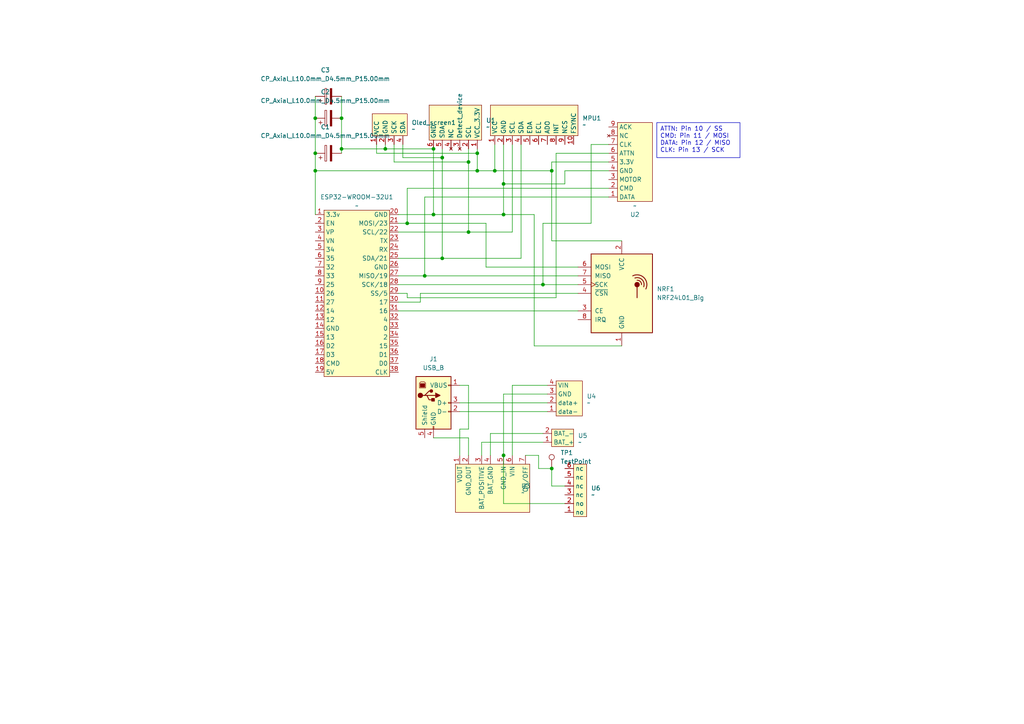
<source format=kicad_sch>
(kicad_sch (version 20231120) (generator "eeschema") (generator_version "8.0")
  (paper "A4")
  (lib_symbols
    (symbol "Connector:TestPoint" (pin_numbers hide) (pin_names (offset 0.762) hide)
      (property "Reference" "TP" (at 0 6.858 0))
      (property "Value" "TestPoint" (at 0 5.08 0))
      (symbol "TestPoint_0_1"
        (circle (center 0 3.302) (radius 0.762))
      )
      (symbol "TestPoint_1_1"
        (pin passive line (at 0 0 90) (length 2.54) (name "1") (number "1"))
      )
    )
    (symbol "Connector:USB_B" (pin_names (offset 1.016))
      (property "Reference" "J" (at -5.08 11.43 0))
      (property "Value" "USB_B" (at -5.08 8.89 0))
      (symbol "USB_B_0_1"
        (rectangle (start -5.08 -7.62) (end 5.08 7.62) (stroke (width 0.254)) (fill (type background)))
        (circle (center -3.81 2.159) (radius 0.635) (stroke (width 0.254)) (fill (type outline)))
        (rectangle (start -3.81 5.588) (end -2.54 4.572) (fill (type outline)))
        (circle (center -0.635 3.429) (radius 0.381) (stroke (width 0.254)) (fill (type outline)))
        (rectangle (start -0.127 -7.62) (end 0.127 -6.858))
        (polyline (pts (xy -1.905 2.159) (xy 0.635 2.159)) (stroke (width 0.254)))
        (polyline (pts (xy -3.175 2.159) (xy -2.54 2.159) (xy -1.27 3.429) (xy -0.635 3.429)) (stroke (width 0.254)))
        (polyline (pts (xy -2.54 2.159) (xy -1.905 2.159) (xy -1.27 0.889) (xy 0 0.889)) (stroke (width 0.254)))
        (polyline (pts (xy 0.635 2.794) (xy 0.635 1.524) (xy 1.905 2.159) (xy 0.635 2.794)) (stroke (width 0.254)) (fill (type outline)))
        (polyline (pts (xy -4.064 4.318) (xy -2.286 4.318) (xy -2.286 5.715) (xy -2.667 6.096) (xy -3.683 6.096) (xy -4.064 5.715) (xy -4.064 4.318)))
        (rectangle (start 0.254 1.27) (end -0.508 0.508) (stroke (width 0.254)) (fill (type outline)))
        (rectangle (start 5.08 -2.667) (end 4.318 -2.413))
        (rectangle (start 5.08 -0.127) (end 4.318 0.127))
        (rectangle (start 5.08 4.953) (end 4.318 5.207))
      )
      (symbol "USB_B_1_1"
        (pin power_out line (at 7.62 5.08 180) (length 2.54) (name "VBUS") (number "1"))
        (pin bidirectional line (at 7.62 -2.54 180) (length 2.54) (name "D-") (number "2"))
        (pin bidirectional line (at 7.62 0 180) (length 2.54) (name "D+") (number "3"))
        (pin power_out line (at 0 -10.16 90) (length 2.54) (name "GND") (number "4"))
        (pin passive line (at -2.54 -10.16 90) (length 2.54) (name "Shield") (number "5"))
      )
    )
    (symbol "PCM_Capacitor_AKL:CP_Axial_L10.0mm_D4.5mm_P15.00mm" (pin_numbers hide) (pin_names (offset 0.254))
      (property "Reference" "C" (at 0.635 2.54 0))
      (property "Value" "CP_Axial_L10.0mm_D4.5mm_P15.00mm" (at 0.635 -2.54 0))
      (symbol "CP_Axial_L10.0mm_D4.5mm_P15.00mm_0_1"
        (rectangle (start -2.286 0.508) (end 2.286 1.016))
        (polyline (pts (xy -1.778 2.286) (xy -0.762 2.286)))
        (polyline (pts (xy -1.27 2.794) (xy -1.27 1.778)))
        (rectangle (start 2.286 -0.508) (end -2.286 -1.016) (fill (type outline)))
      )
      (symbol "CP_Axial_L10.0mm_D4.5mm_P15.00mm_1_1"
        (pin passive line (at 0 3.81 270) (length 2.794) (name "~") (number "1"))
        (pin passive line (at 0 -3.81 90) (length 2.794) (name "~") (number "2"))
      )
    )
    (symbol "Symbols_cez:1.3/0.91_inch_Oled_screen"
      (property "Reference" "Oled_screen" (at 4.318 5.334 0))
      (symbol "1.3/0.91_inch_Oled_screen_0_1"
        (rectangle (start 1.27 3.81) (end 7.62 -6.35) (fill (type background)))
      )
      (symbol "1.3/0.91_inch_Oled_screen_1_1"
        (pin power_in line (at -1.27 2.54 0) (length 2.54) (name "VCC") (number "1"))
        (pin power_in line (at -1.27 0 0) (length 2.54) (name "GND") (number "2"))
        (pin passive line (at -1.27 -2.54 0) (length 2.54) (name "SCK") (number "3"))
        (pin passive line (at -1.27 -5.08 0) (length 2.54) (name "SDA") (number "4"))
      )
    )
    (symbol "Symbols_cez:ESP32-WROOM-32U"
      (property "Reference" "ESP32-WROOM-32U" (at 7.874 -57.404 0))
      (symbol "ESP32-WROOM-32U_0_1"
        (rectangle (start -2.54 -6.35) (end 16.51 -54.61) (fill (type background)))
      )
      (symbol "ESP32-WROOM-32U_1_1"
        (pin passive line (at -5.08 -7.62 0) (length 2.54) (name "3.3v") (number "1"))
        (pin passive line (at -5.08 -30.48 0) (length 2.54) (name "26") (number "10"))
        (pin passive line (at -5.08 -33.02 0) (length 2.54) (name "27") (number "11"))
        (pin passive line (at -5.08 -35.56 0) (length 2.54) (name "14") (number "12"))
        (pin passive line (at -5.08 -38.1 0) (length 2.54) (name "12") (number "13"))
        (pin passive line (at -5.08 -40.64 0) (length 2.54) (name "GND") (number "14"))
        (pin passive line (at -5.08 -43.18 0) (length 2.54) (name "13") (number "15"))
        (pin passive line (at -5.08 -45.72 0) (length 2.54) (name "D2") (number "16"))
        (pin passive line (at -5.08 -48.26 0) (length 2.54) (name "D3") (number "17"))
        (pin passive line (at -5.08 -50.8 0) (length 2.54) (name "CMD") (number "18"))
        (pin passive line (at -5.08 -53.34 0) (length 2.54) (name "5V") (number "19"))
        (pin passive line (at -5.08 -10.16 0) (length 2.54) (name "EN") (number "2"))
        (pin passive line (at 19.05 -7.62 180) (length 2.54) (name "GND") (number "20"))
        (pin passive line (at 19.05 -10.16 180) (length 2.54) (name "MOSI/23") (number "21"))
        (pin passive line (at 19.05 -12.7 180) (length 2.54) (name "SCL/22") (number "22"))
        (pin passive line (at 19.05 -15.24 180) (length 2.54) (name "TX") (number "23"))
        (pin passive line (at 19.05 -17.78 180) (length 2.54) (name "RX") (number "24"))
        (pin passive line (at 19.05 -20.32 180) (length 2.54) (name "SDA/21") (number "25"))
        (pin passive line (at 19.05 -22.86 180) (length 2.54) (name "GND") (number "26"))
        (pin passive line (at 19.05 -25.4 180) (length 2.54) (name "MISO/19") (number "27"))
        (pin passive line (at 19.05 -27.94 180) (length 2.54) (name "SCK/18") (number "28"))
        (pin passive line (at 19.05 -30.48 180) (length 2.54) (name "SS/5") (number "29"))
        (pin passive line (at -5.08 -12.7 0) (length 2.54) (name "VP") (number "3"))
        (pin passive line (at 19.05 -33.02 180) (length 2.54) (name "17") (number "30"))
        (pin passive line (at 19.05 -35.56 180) (length 2.54) (name "16") (number "31"))
        (pin passive line (at 19.05 -38.1 180) (length 2.54) (name "4") (number "32"))
        (pin passive line (at 19.05 -40.64 180) (length 2.54) (name "0") (number "33"))
        (pin passive line (at 19.05 -43.18 180) (length 2.54) (name "2") (number "34"))
        (pin passive line (at 19.05 -45.72 180) (length 2.54) (name "15") (number "35"))
        (pin passive line (at 19.05 -48.26 180) (length 2.54) (name "D1") (number "36"))
        (pin passive line (at 19.05 -50.8 180) (length 2.54) (name "D0") (number "37"))
        (pin passive line (at 19.05 -53.34 180) (length 2.54) (name "CLK") (number "38"))
        (pin passive line (at -5.08 -15.24 0) (length 2.54) (name "VN") (number "4"))
        (pin passive line (at -5.08 -17.78 0) (length 2.54) (name "34") (number "5"))
        (pin passive line (at -5.08 -20.32 0) (length 2.54) (name "35") (number "6"))
        (pin passive line (at -5.08 -22.86 0) (length 2.54) (name "32") (number "7"))
        (pin passive line (at -5.08 -25.4 0) (length 2.54) (name "33") (number "8"))
        (pin passive line (at -5.08 -27.94 0) (length 2.54) (name "25") (number "9"))
      )
    )
    (symbol "Symbols_cez:MH-CD42"
      (property "Reference" "U" (at -2.032 -19.304 0))
      (symbol "MH-CD42_0_1"
        (rectangle (start -5.08 0) (end 8.89 -21.59) (fill (type background)))
      )
      (symbol "MH-CD42_1_1"
        (pin power_out line (at 11.43 -1.27 180) (length 2.54) (name "VOUT") (number "1"))
        (pin power_out line (at 11.43 -3.81 180) (length 2.54) (name "GND_OUT") (number "2"))
        (pin passive line (at 11.43 -7.62 180) (length 2.54) (name "BAT_POSITIVE") (number "3"))
        (pin passive line (at 11.43 -10.16 180) (length 2.54) (name "BAT_GND") (number "4"))
        (pin power_in line (at 11.43 -13.97 180) (length 2.54) (name "GND_IN") (number "5"))
        (pin power_in line (at 11.43 -16.51 180) (length 2.54) (name "VIN") (number "6"))
        (pin input line (at 11.43 -20.32 180) (length 2.54) (name "ON/OFF") (number "7"))
      )
    )
    (symbol "Symbols_cez:MPU6500"
      (property "Reference" "MPU6500" (at 8.89 -16.256 0))
      (symbol "MPU6500_0_1"
        (rectangle (start -5.08 6.35) (end 3.81 -19.05) (fill (type background)))
      )
      (symbol "MPU6500_1_1"
        (pin power_in line (at -7.62 5.08 0) (length 2.54) (name "VCC") (number "1"))
        (pin passive line (at -7.62 -17.78 0) (length 2.54) (name "FSYNC") (number "10"))
        (pin passive line (at -7.62 2.54 0) (length 2.54) (name "GND") (number "2"))
        (pin passive line (at -7.62 0 0) (length 2.54) (name "SCL") (number "3"))
        (pin passive line (at -7.62 -2.54 0) (length 2.54) (name "SDA") (number "4"))
        (pin passive line (at -7.62 -5.08 0) (length 2.54) (name "EDA") (number "5"))
        (pin passive line (at -7.62 -7.62 0) (length 2.54) (name "ECL") (number "6"))
        (pin passive line (at -7.62 -10.16 0) (length 2.54) (name "ADO") (number "7"))
        (pin passive line (at -7.62 -12.7 0) (length 2.54) (name "INT") (number "8"))
        (pin passive line (at -7.62 -15.24 0) (length 2.54) (name "NCS") (number "9"))
      )
    )
    (symbol "Symbols_cez:NRF24L01_Big" (pin_names (offset 1.016))
      (property "Reference" "NRF24" (at -8.89 12.7 0))
      (property "Value" "NRF24L01_Big" (at 3.81 12.7 0))
      (symbol "NRF24L01_Big_0_1"
        (rectangle (start -8.89 11.43) (end 8.89 -11.43) (stroke (width 0.254)) (fill (type background)))
        (polyline (pts (xy 4.445 1.905) (xy 4.445 -1.27)) (stroke (width 0.254)))
        (circle (center 4.445 2.54) (radius 0.635) (stroke (width 0.254)) (fill (type outline)))
        (arc (start 5.715 2.54) (mid 5.3521 3.4546) (end 4.445 3.81) (stroke (width 0.254)))
        (arc (start 6.35 1.905) (mid 5.8763 3.9854) (end 3.81 4.445) (stroke (width 0.254)))
        (arc (start 6.985 1.27) (mid 6.453 4.548) (end 3.175 5.08) (stroke (width 0.254)))
      )
      (symbol "NRF24L01_Big_1_1"
        (pin power_in line (at 0 -15.24 90) (length 3.81) (name "GND") (number "1"))
        (pin power_in line (at 0 15.24 270) (length 3.81) (name "VCC") (number "2"))
        (pin input line (at -12.7 -5.08 0) (length 3.81) (name "CE") (number "3"))
        (pin input line (at -12.7 0 0) (length 3.81) (name "~{CSN}") (number "4"))
        (pin input clock (at -12.7 2.54 0) (length 3.81) (name "SCK") (number "5"))
        (pin input line (at -12.7 7.62 0) (length 3.81) (name "MOSI") (number "6"))
        (pin output line (at -12.7 5.08 0) (length 3.81) (name "MISO") (number "7"))
        (pin output line (at -12.7 -7.62 0) (length 3.81) (name "IRQ") (number "8"))
      )
    )
    (symbol "Symbols_cez:Playstation_2_controller"
      (property "Reference" "U" (at 15.24 -16.002 0))
      (symbol "Playstation_2_controller_0_1"
        (rectangle (start 1.27 3.81) (end 11.43 -19.05) (fill (type background)))
      )
      (symbol "Playstation_2_controller_1_1"
        (pin passive line (at -1.27 -17.78 0) (length 2.54) (name "DATA") (number "1"))
        (pin passive line (at -1.27 -15.24 0) (length 2.54) (name "CMD") (number "2"))
        (pin passive line (at -1.27 -12.7 0) (length 2.54) (name "MOTOR") (number "3"))
        (pin passive line (at -1.27 -10.16 0) (length 2.54) (name "GND") (number "4"))
        (pin passive line (at -1.27 -7.62 0) (length 2.54) (name "3.3V") (number "5"))
        (pin passive line (at -1.27 -5.08 0) (length 2.54) (name "ATTN") (number "6"))
        (pin passive line (at -1.27 -2.54 0) (length 2.54) (name "CLK") (number "7"))
        (pin no_connect line (at -1.27 0 0) (length 2.54) (name "NC") (number "8"))
        (pin passive line (at -1.27 2.54 0) (length 2.54) (name "ACK") (number "9"))
      )
    )
    (symbol "Symbols_cez:Switch_A03_PS-22F03"
      (property "Reference" "U" (at 0 0 0))
      (symbol "Switch_A03_PS-22F03_0_1"
        (rectangle (start 10.16 10.16) (end 13.97 -5.08) (fill (type background)))
      )
      (symbol "Switch_A03_PS-22F03_1_1"
        (pin input line (at 16.51 8.89 180) (length 2.54) (name "no") (number "1"))
        (pin input line (at 16.51 6.35 180) (length 2.54) (name "no") (number "2"))
        (pin input line (at 16.51 3.81 180) (length 2.54) (name "nc") (number "3"))
        (pin input line (at 16.51 1.27 180) (length 2.54) (name "nc") (number "4"))
        (pin input line (at 16.51 -1.27 180) (length 2.54) (name "nc") (number "5"))
        (pin input line (at 16.51 -3.81 180) (length 2.54) (name "nc") (number "6"))
      )
    )
    (symbol "Symbols_cez:Wii_nunchuk"
      (property "Reference" "U" (at -1.778 -3.048 0))
      (symbol "Wii_nunchuk_1_1"
        (rectangle (start 0 11.43) (end 10.16 -3.81) (fill (type background)))
        (pin power_in line (at 12.7 10.16 180) (length 2.54) (name "VCC_3.3V") (number "1"))
        (pin passive line (at 12.7 7.62 180) (length 2.54) (name "SCL") (number "2"))
        (pin no_connect line (at 12.7 5.08 180) (length 2.54) (name "Detect_device") (number "3"))
        (pin no_connect line (at 12.7 2.54 180) (length 2.54) (name "NC") (number "4"))
        (pin passive line (at 12.7 0 180) (length 2.54) (name "SDA") (number "5"))
        (pin passive line (at 12.7 -2.54 180) (length 2.54) (name "GND") (number "6"))
      )
    )
    (symbol "Symbols_cez:battery"
      (property "Reference" "U" (at 0 0 0))
      (symbol "battery_0_1"
        (rectangle (start 0 -2.54) (end 6.35 -7.62) (fill (type background)))
      )
      (symbol "battery_1_1"
        (pin input line (at 8.89 -3.81 180) (length 2.54) (name "BAT_+") (number "1"))
        (pin input line (at 8.89 -6.35 180) (length 2.54) (name "BAT_-") (number "2"))
      )
    )
    (symbol "Symbols_cez:usb-b"
      (property "Reference" "U" (at 0 0 0))
      (symbol "usb-b_0_1"
        (rectangle (start -6.35 -1.27) (end 1.27 -11.43) (fill (type background)))
      )
      (symbol "usb-b_1_1"
        (pin passive line (at 3.81 -2.54 180) (length 2.54) (name "data-") (number "1"))
        (pin passive line (at 3.81 -5.08 180) (length 2.54) (name "data+") (number "2"))
        (pin passive line (at 3.81 -7.62 180) (length 2.54) (name "GND") (number "3"))
        (pin passive line (at 3.81 -10.16 180) (length 2.54) (name "VIN") (number "4"))
      )
    )
  )
  (junction (at 146.05 62.23))
  (junction (at 91.44 34.29))
  (junction (at 128.27 45.72))
  (junction (at 157.48 82.55))
  (junction (at 138.43 44.45))
  (junction (at 91.44 49.53))
  (junction (at 138.43 49.53))
  (junction (at 160.02 49.53))
  (junction (at 111.76 43.18))
  (junction (at 143.51 49.53))
  (junction (at 146.05 53.34))
  (junction (at 118.11 64.77))
  (junction (at 99.06 34.29))
  (junction (at 135.89 46.99))
  (junction (at 125.73 62.23))
  (junction (at 91.44 44.45))
  (junction (at 123.19 80.01))
  (junction (at 135.89 67.31))
  (junction (at 125.73 43.18))
  (junction (at 160.02 135.89))
  (junction (at 146.05 132.08))
  (junction (at 99.06 43.18))
  (junction (at 128.27 74.93))
  (wire (pts (xy 176.53 46.99) (xy 160.02 46.99)))
  (wire (pts (xy 115.57 80.01) (xy 123.19 80.01)))
  (wire (pts (xy 121.92 85.09) (xy 121.92 87.63)))
  (wire (pts (xy 160.02 46.99) (xy 160.02 49.53)))
  (wire (pts (xy 151.13 41.91) (xy 151.13 74.93)))
  (wire (pts (xy 140.97 77.47) (xy 140.97 64.77)))
  (wire (pts (xy 91.44 49.53) (xy 138.43 49.53)))
  (wire (pts (xy 156.21 135.89) (xy 160.02 135.89)))
  (wire (pts (xy 163.83 146.05) (xy 146.05 146.05)))
  (wire (pts (xy 138.43 44.45) (xy 138.43 43.18)))
  (wire (pts (xy 146.05 62.23) (xy 125.73 62.23)))
  (wire (pts (xy 161.29 86.36) (xy 118.11 86.36)))
  (wire (pts (xy 116.84 45.72) (xy 128.27 45.72)))
  (wire (pts (xy 143.51 49.53) (xy 138.43 49.53)))
  (wire (pts (xy 133.35 116.84) (xy 158.75 116.84)))
  (wire (pts (xy 135.89 67.31) (xy 115.57 67.31)))
  (wire (pts (xy 118.11 86.36) (xy 118.11 85.09)))
  (wire (pts (xy 139.7 128.27) (xy 139.7 132.08)))
  (wire (pts (xy 115.57 82.55) (xy 157.48 82.55)))
  (wire (pts (xy 99.06 27.94) (xy 99.06 34.29)))
  (wire (pts (xy 157.48 64.77) (xy 157.48 82.55)))
  (wire (pts (xy 176.53 57.15) (xy 123.19 57.15)))
  (wire (pts (xy 138.43 49.53) (xy 138.43 44.45)))
  (wire (pts (xy 128.27 74.93) (xy 115.57 74.93)))
  (wire (pts (xy 121.92 87.63) (xy 115.57 87.63)))
  (wire (pts (xy 176.53 41.91) (xy 171.45 41.91)))
  (wire (pts (xy 114.3 46.99) (xy 135.89 46.99)))
  (wire (pts (xy 91.44 44.45) (xy 91.44 49.53)))
  (wire (pts (xy 142.24 132.08) (xy 142.24 125.73)))
  (wire (pts (xy 109.22 41.91) (xy 109.22 44.45)))
  (wire (pts (xy 115.57 90.17) (xy 167.64 90.17)))
  (wire (pts (xy 154.94 100.33) (xy 154.94 62.23)))
  (wire (pts (xy 115.57 62.23) (xy 125.73 62.23)))
  (wire (pts (xy 111.76 43.18) (xy 125.73 43.18)))
  (wire (pts (xy 99.06 34.29) (xy 99.06 43.18)))
  (wire (pts (xy 156.21 132.08) (xy 156.21 135.89)))
  (wire (pts (xy 160.02 140.97) (xy 163.83 140.97)))
  (wire (pts (xy 167.64 85.09) (xy 121.92 85.09)))
  (wire (pts (xy 135.89 127) (xy 135.89 132.08)))
  (wire (pts (xy 151.13 74.93) (xy 128.27 74.93)))
  (wire (pts (xy 133.35 124.46) (xy 135.89 124.46)))
  (wire (pts (xy 142.24 125.73) (xy 157.48 125.73)))
  (wire (pts (xy 143.51 41.91) (xy 143.51 49.53)))
  (wire (pts (xy 118.11 64.77) (xy 115.57 64.77)))
  (wire (pts (xy 163.83 49.53) (xy 163.83 53.34)))
  (wire (pts (xy 91.44 34.29) (xy 91.44 44.45)))
  (wire (pts (xy 146.05 114.3) (xy 146.05 132.08)))
  (wire (pts (xy 176.53 54.61) (xy 118.11 54.61)))
  (wire (pts (xy 157.48 82.55) (xy 167.64 82.55)))
  (wire (pts (xy 123.19 57.15) (xy 123.19 80.01)))
  (wire (pts (xy 152.4 132.08) (xy 156.21 132.08)))
  (wire (pts (xy 135.89 111.76) (xy 133.35 111.76)))
  (wire (pts (xy 140.97 64.77) (xy 118.11 64.77)))
  (wire (pts (xy 146.05 132.08) (xy 146.05 146.05)))
  (wire (pts (xy 160.02 69.85) (xy 160.02 49.53)))
  (wire (pts (xy 135.89 124.46) (xy 135.89 111.76)))
  (wire (pts (xy 160.02 135.89) (xy 160.02 140.97)))
  (wire (pts (xy 125.73 62.23) (xy 125.73 43.18)))
  (wire (pts (xy 111.76 41.91) (xy 111.76 43.18)))
  (wire (pts (xy 163.83 53.34) (xy 146.05 53.34)))
  (wire (pts (xy 128.27 45.72) (xy 128.27 74.93)))
  (wire (pts (xy 167.64 77.47) (xy 140.97 77.47)))
  (wire (pts (xy 133.35 119.38) (xy 158.75 119.38)))
  (wire (pts (xy 180.34 100.33) (xy 154.94 100.33)))
  (wire (pts (xy 123.19 80.01) (xy 167.64 80.01)))
  (wire (pts (xy 91.44 62.23) (xy 91.44 49.53)))
  (wire (pts (xy 135.89 43.18) (xy 135.89 46.99)))
  (wire (pts (xy 133.35 132.08) (xy 133.35 124.46)))
  (wire (pts (xy 154.94 62.23) (xy 146.05 62.23)))
  (wire (pts (xy 158.75 114.3) (xy 146.05 114.3)))
  (wire (pts (xy 161.29 44.45) (xy 161.29 86.36)))
  (wire (pts (xy 146.05 41.91) (xy 146.05 53.34)))
  (wire (pts (xy 176.53 44.45) (xy 161.29 44.45)))
  (wire (pts (xy 148.59 67.31) (xy 135.89 67.31)))
  (wire (pts (xy 158.75 111.76) (xy 148.59 111.76)))
  (wire (pts (xy 111.76 43.18) (xy 99.06 43.18)))
  (wire (pts (xy 180.34 69.85) (xy 160.02 69.85)))
  (wire (pts (xy 116.84 41.91) (xy 116.84 45.72)))
  (wire (pts (xy 125.73 127) (xy 135.89 127)))
  (wire (pts (xy 176.53 49.53) (xy 163.83 49.53)))
  (wire (pts (xy 128.27 43.18) (xy 128.27 45.72)))
  (wire (pts (xy 148.59 111.76) (xy 148.59 132.08)))
  (wire (pts (xy 118.11 85.09) (xy 115.57 85.09)))
  (wire (pts (xy 148.59 41.91) (xy 148.59 67.31)))
  (wire (pts (xy 135.89 46.99) (xy 135.89 67.31)))
  (wire (pts (xy 99.06 43.18) (xy 99.06 44.45)))
  (wire (pts (xy 118.11 54.61) (xy 118.11 64.77)))
  (wire (pts (xy 171.45 41.91) (xy 171.45 64.77)))
  (wire (pts (xy 91.44 27.94) (xy 91.44 34.29)))
  (wire (pts (xy 171.45 64.77) (xy 157.48 64.77)))
  (wire (pts (xy 160.02 49.53) (xy 143.51 49.53)))
  (wire (pts (xy 114.3 41.91) (xy 114.3 46.99)))
  (wire (pts (xy 157.48 128.27) (xy 139.7 128.27)))
  (wire (pts (xy 109.22 44.45) (xy 138.43 44.45)))
  (wire (pts (xy 146.05 53.34) (xy 146.05 62.23)))
  (text_box "ATTN: Pin 10 / SS\nCMD: Pin 11 / MOSI\nDATA: Pin 12 / MISO\nCLK: Pin 13 / SCK\n" (at 190.5 35.56 0) (size 24.13 10.16) (effects (font (size 1.27 1.27)) (justify left top)))
  (symbol (lib_id "Symbols_cez:NRF24L01_Big") (at 180.34 85.09 0) (unit 1)
    (property "Reference" "NRF1" (at 190.5 83.8199 0) (effects (justify left)))
    (property "Value" "NRF24L01_Big" (at 190.5 86.3599 0) (effects (justify left)))
    (property "Footprint" "Footprints_cez:nRF24L01_big" (effects (hide yes)))
  )
  (symbol (lib_id "PCM_Capacitor_AKL:CP_Axial_L10.0mm_D4.5mm_P15.00mm") (at 95.25 44.45 90) (unit 1)
    (property "Reference" "C1" (at 94.361 36.83 90))
    (property "Value" "CP_Axial_L10.0mm_D4.5mm_P15.00mm" (at 94.361 39.37 90))
    (property "Footprint" "Capacitor_THT:CP_Radial_D8.0mm_P3.50mm" (effects (hide yes)))
    (property "Description" "THT Axial Electrolytic Capacitor, 10.0mm Length, 4.5mm Diameter, 15.00mm Pitch, European Symbol, Alternate KiCad Library" (effects (hide yes)))
  )
  (symbol (lib_id "Symbols_cez:MH-CD42") (at 132.08 143.51 90) (unit 1)
    (property "Reference" "U3" (at 151.13 140.9699 90) (effects (justify right)))
    (property "Value" "~" (at 151.13 142.875 90) (effects (justify right)))
    (property "Footprint" "Footprints_cez:MH-CD42" (effects (hide yes)))
  )
  (symbol (lib_id "Symbols_cez:Playstation_2_controller") (at 177.8 39.37 0) (unit 1)
    (property "Reference" "U2" (at 184.15 62.23 0))
    (property "Value" "~" (at 184.15 59.69 0))
    (property "Footprint" "Footprints_cez:Playstation 2 controller 90 degree" (effects (hide yes)))
  )
  (symbol (lib_id "PCM_Capacitor_AKL:CP_Axial_L10.0mm_D4.5mm_P15.00mm") (at 95.25 27.94 90) (unit 1)
    (property "Reference" "C3" (at 94.361 20.32 90))
    (property "Value" "CP_Axial_L10.0mm_D4.5mm_P15.00mm" (at 94.361 22.86 90))
    (property "Footprint" "Capacitor_THT:CP_Radial_D8.0mm_P3.50mm" (effects (hide yes)))
    (property "Description" "THT Axial Electrolytic Capacitor, 10.0mm Length, 4.5mm Diameter, 15.00mm Pitch, European Symbol, Alternate KiCad Library" (effects (hide yes)))
  )
  (symbol (lib_id "PCM_Capacitor_AKL:CP_Axial_L10.0mm_D4.5mm_P15.00mm") (at 95.25 34.29 90) (unit 1)
    (property "Reference" "C2" (at 94.361 26.67 90))
    (property "Value" "CP_Axial_L10.0mm_D4.5mm_P15.00mm" (at 94.361 29.21 90))
    (property "Footprint" "Capacitor_THT:CP_Radial_D8.0mm_P3.50mm" (effects (hide yes)))
    (property "Description" "THT Axial Electrolytic Capacitor, 10.0mm Length, 4.5mm Diameter, 15.00mm Pitch, European Symbol, Alternate KiCad Library" (effects (hide yes)))
  )
  (symbol (lib_id "Connector:TestPoint") (at 160.02 135.89 0) (unit 1)
    (property "Reference" "TP1" (at 162.56 131.3179 0) (effects (justify left)))
    (property "Value" "TestPoint" (at 162.56 133.8579 0) (effects (justify left)))
    (property "Footprint" "Connector_PinHeader_2.54mm:PinHeader_1x01_P2.54mm_Vertical" (effects (hide yes)))
    (property "Description" "test point" (effects (hide yes)))
  )
  (symbol (lib_id "Symbols_cez:battery") (at 166.37 132.08 180) (unit 1)
    (property "Reference" "U5" (at 167.64 126.3649 0) (effects (justify right)))
    (property "Value" "~" (at 167.64 128.27 0) (effects (justify right)))
    (property "Footprint" "Footprints_cez:BH-18650-PC2" (effects (hide yes)))
  )
  (symbol (lib_id "Symbols_cez:usb-b") (at 162.56 121.92 180) (unit 1)
    (property "Reference" "U4" (at 170.18 114.9349 0) (effects (justify right)))
    (property "Value" "~" (at 170.18 116.84 0) (effects (justify right)))
    (property "Footprint" "Footprints_cez:USB-B" (effects (hide yes)))
  )
  (symbol (lib_id "Symbols_cez:1.3/0.91_inch_Oled_screen") (at 111.76 40.64 90) (unit 1)
    (property "Reference" "Oled_screen1" (at 119.38 35.5599 90) (effects (justify right)))
    (property "Value" "~" (at 119.38 37.465 90) (effects (justify right)))
    (property "Footprint" "Connector_PinHeader_2.54mm:PinHeader_1x04_P2.54mm_Horizontal" (effects (hide yes)))
  )
  (symbol (lib_id "Connector:USB_B") (at 125.73 116.84 0) (unit 1)
    (property "Reference" "J1" (at 125.73 104.14 0))
    (property "Value" "USB_B" (at 125.73 106.68 0))
    (property "Footprint" "Connector_PinHeader_2.54mm:PinHeader_1x04_P2.54mm_Vertical" (effects (hide yes)))
    (property "Description" "USB Type B connector" (effects (hide yes)))
  )
  (symbol (lib_id "Symbols_cez:MPU6500") (at 148.59 34.29 90) (unit 1)
    (property "Reference" "MPU1" (at 168.91 34.2899 90) (effects (justify right)))
    (property "Value" "~" (at 168.91 36.195 90) (effects (justify right)))
    (property "Footprint" "Footprints_cez:MPU6500" (effects (hide yes)))
  )
  (symbol (lib_id "Symbols_cez:ESP32-WROOM-32U") (at 96.52 54.61 0) (unit 1)
    (property "Reference" "ESP32-WROOM-32U1" (at 103.505 57.15 0))
    (property "Value" "~" (at 103.505 59.69 0))
    (property "Footprint" "Footprints_cez:esp32-wroom-32u" (effects (hide yes)))
  )
  (symbol (lib_id "Symbols_cez:Wii_nunchuk") (at 128.27 30.48 270) (unit 1)
    (property "Reference" "U1" (at 140.97 34.9249 90) (effects (justify left)))
    (property "Value" "~" (at 140.97 36.83 90) (effects (justify left)))
    (property "Footprint" "Footprints_cez:CONN_WII" (effects (hide yes)))
  )
  (symbol (lib_id "Symbols_cez:Switch_A03_PS-22F03") (at 180.34 139.7 180) (unit 1)
    (property "Reference" "U6" (at 171.45 141.6049 0) (effects (justify right)))
    (property "Value" "~" (at 171.45 143.51 0) (effects (justify right)))
    (property "Footprint" "Footprints_cez:Switch A03 PS-22F03" (effects (hide yes)))
  )
)
</source>
